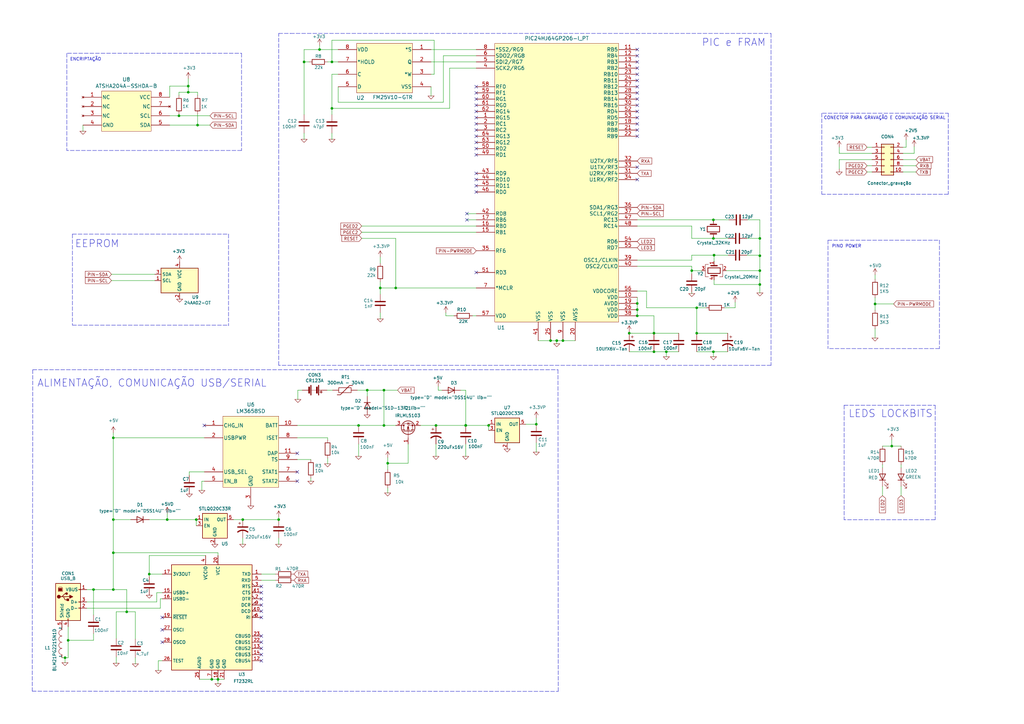
<source format=kicad_sch>
(kicad_sch (version 20211123) (generator eeschema)
  (paper "A3")
  (title_block (title "Projeto HLI-C") (date "2023-02-28") (rev "1.2"))
  (junction (at 292.608 90.17))
  (junction (at 283.718 110.998))
  (junction (at 157.48 160.02))
  (junction (at 147.066 174.498))
  (junction (at 38.354 241.808))
  (junction (at 292.608 144.272))
  (junction (at 191.008 174.498))
  (junction (at 311.658 97.79))
  (junction (at 86.868 278.638))
  (junction (at 46.482 179.578))
  (junction (at 311.658 104.902))
  (junction (at 365.76 182.9562))
  (junction (at 99.568 213.106))
  (junction (at 258.064 136.652))
  (junction (at 46.482 226.7204))
  (junction (at 77.216 37.846))
  (junction (at 178.816 174.498))
  (junction (at 268.224 144.272))
  (junction (at 162.306 118.11))
  (junction (at 159.004 189.992))
  (junction (at 136.144 44.45))
  (junction (at 61.214 235.458))
  (junction (at 124.714 25.4))
  (junction (at 268.224 136.652))
  (junction (at 89.408 278.638))
  (junction (at 131.064 20.32))
  (junction (at 292.862 104.648))
  (junction (at 51.9684 250.952))
  (junction (at 228.346 139.7))
  (junction (at 27.94 262.636))
  (junction (at 46.482 213.106))
  (junction (at 136.144 25.4))
  (junction (at 46.482 241.808))
  (junction (at 77.216 35.306))
  (junction (at 81.026 51.308))
  (junction (at 114.3 213.106))
  (junction (at 225.806 139.7))
  (junction (at 68.58 213.106))
  (junction (at 292.608 97.79))
  (junction (at 200.406 174.498))
  (junction (at 285.75 126.238))
  (junction (at 157.48 174.498))
  (junction (at 155.956 118.11))
  (junction (at 230.886 139.7))
  (junction (at 73.406 47.498))
  (junction (at 150.622 160.02))
  (junction (at 261.366 127))
  (junction (at 261.366 129.54))
  (junction (at 80.518 213.106))
  (junction (at 358.902 124.6632))
  (junction (at 311.658 110.998))
  (junction (at 191.008 174.4726))
  (junction (at 26.67 269.748))
  (junction (at 273.304 144.272))
  (junction (at 219.964 173.99))
  (junction (at 285.75 136.652))
  (junction (at 311.658 116.6876))
  (junction (at 261.366 124.46))
  (no_connect (at 107.188 253.238))
  (no_connect (at 191.516 87.63))
  (no_connect (at 107.188 243.078))
  (no_connect (at 261.366 50.8))
  (no_connect (at 195.326 111.76))
  (no_connect (at 261.366 48.26))
  (no_connect (at 195.326 40.64))
  (no_connect (at 121.92 185.928))
  (no_connect (at 107.188 263.398))
  (no_connect (at 107.188 260.858))
  (no_connect (at 107.188 245.618))
  (no_connect (at 261.366 35.56))
  (no_connect (at 107.188 248.158))
  (no_connect (at 195.326 50.8))
  (no_connect (at 195.326 35.56))
  (no_connect (at 261.366 73.66))
  (no_connect (at 261.366 43.18))
  (no_connect (at 121.92 193.548))
  (no_connect (at 261.366 45.72))
  (no_connect (at 66.548 253.238))
  (no_connect (at 195.326 43.18))
  (no_connect (at 195.326 55.88))
  (no_connect (at 83.82 174.498))
  (no_connect (at 261.366 40.64))
  (no_connect (at 107.188 265.938))
  (no_connect (at 261.366 30.48))
  (no_connect (at 195.326 45.72))
  (no_connect (at 107.188 268.478))
  (no_connect (at 191.516 90.17))
  (no_connect (at 195.326 48.26))
  (no_connect (at 195.326 73.66))
  (no_connect (at 66.548 263.398))
  (no_connect (at 121.92 197.358))
  (no_connect (at 66.548 258.318))
  (no_connect (at 195.326 71.12))
  (no_connect (at 195.326 63.5))
  (no_connect (at 195.326 38.1))
  (no_connect (at 261.366 38.1))
  (no_connect (at 195.326 60.96))
  (no_connect (at 261.366 68.58))
  (no_connect (at 195.326 58.42))
  (no_connect (at 107.188 250.698))
  (no_connect (at 261.366 33.02))
  (no_connect (at 261.366 20.32))
  (no_connect (at 261.366 27.94))
  (no_connect (at 107.188 271.018))
  (no_connect (at 195.326 76.2))
  (no_connect (at 261.366 55.88))
  (no_connect (at 195.326 78.74))
  (no_connect (at 261.366 22.86))
  (no_connect (at 107.188 240.538))
  (no_connect (at 261.366 25.4))
  (no_connect (at 195.326 53.34))
  (no_connect (at 261.366 53.34))
  (wire (pts (xy 370.3574 70.5358) (xy 375.6914 70.5358)))
  (wire (pts (xy 55.5244 250.952) (xy 55.5244 262.128)))
  (wire (pts (xy 121.92 174.498) (xy 147.066 174.498)))
  (wire (pts (xy 64.9478 271.018) (xy 66.548 271.018)))
  (wire (pts (xy 82.804 197.358) (xy 82.804 201.168)))
  (wire (pts (xy 292.608 97.79) (xy 298.704 97.79)))
  (wire (pts (xy 51.9684 250.952) (xy 47.6504 250.952)))
  (wire (pts (xy 45.72 112.522) (xy 63.5 112.522)))
  (wire (pts (xy 81.026 37.846) (xy 81.026 39.116)))
  (polyline (pts (xy 228.9302 283.591) (xy 228.854 151.638)))
  (wire (pts (xy 283.718 112.268) (xy 283.718 110.998)))
  (wire (pts (xy 114.3 220.726) (xy 114.3 223.266)))
  (wire (pts (xy 61.214 227.838) (xy 61.214 235.458)))
  (wire (pts (xy 261.366 129.54) (xy 268.224 129.54)))
  (wire (pts (xy 122.174 160.02) (xy 122.174 163.83)))
  (wire (pts (xy 365.76 182.9562) (xy 365.76 180.4162)))
  (wire (pts (xy 358.902 127.2032) (xy 358.902 124.6632)))
  (wire (pts (xy 26.67 269.748) (xy 27.94 269.748)))
  (wire (pts (xy 65.786 245.618) (xy 65.786 249.428)))
  (wire (pts (xy 124.714 25.4) (xy 124.714 46.99)))
  (wire (pts (xy 73.406 37.846) (xy 77.216 37.846)))
  (wire (pts (xy 147.066 174.498) (xy 157.48 174.498)))
  (wire (pts (xy 301.498 123.952) (xy 301.498 126.238)))
  (wire (pts (xy 261.366 124.46) (xy 261.366 127)))
  (wire (pts (xy 292.608 90.17) (xy 298.958 90.17)))
  (wire (pts (xy 297.18 126.238) (xy 301.498 126.238)))
  (wire (pts (xy 220.726 139.7) (xy 225.806 139.7)))
  (wire (pts (xy 159.004 200.152) (xy 159.004 202.184)))
  (polyline (pts (xy 93.726 96.012) (xy 93.726 133.604)))
  (wire (pts (xy 297.942 110.998) (xy 311.658 110.998)))
  (polyline (pts (xy 316.23 149.86) (xy 114.3 149.86)))
  (wire (pts (xy 285.75 144.272) (xy 292.608 144.272)))
  (wire (pts (xy 136.144 46.99) (xy 136.144 44.45)))
  (wire (pts (xy 159.004 189.992) (xy 167.386 189.992)))
  (wire (pts (xy 26.67 269.748) (xy 26.67 271.78)))
  (wire (pts (xy 283.718 120.396) (xy 283.718 119.888)))
  (wire (pts (xy 148.336 95.25) (xy 195.326 95.25)))
  (wire (pts (xy 374.9294 60.1218) (xy 374.9294 62.9158)))
  (polyline (pts (xy 388.8994 46.4058) (xy 388.8994 79.6798)))
  (wire (pts (xy 228.346 139.7) (xy 228.346 140.97)))
  (wire (pts (xy 99.568 213.106) (xy 114.3 213.106)))
  (wire (pts (xy 344.1954 62.9158) (xy 357.6574 62.9158)))
  (polyline (pts (xy 337.3374 46.4058) (xy 388.8994 46.4058)))
  (wire (pts (xy 283.718 92.71) (xy 283.718 97.79)))
  (wire (pts (xy 195.326 20.32) (xy 176.784 20.32)))
  (wire (pts (xy 51.9684 250.952) (xy 51.9684 241.808)))
  (wire (pts (xy 84.328 227.838) (xy 61.214 227.838)))
  (wire (pts (xy 38.354 241.808) (xy 38.354 252.222)))
  (wire (pts (xy 292.862 104.648) (xy 298.704 104.648)))
  (polyline (pts (xy 383.54 213.1822) (xy 346.202 213.1822)))
  (wire (pts (xy 370.3574 67.9958) (xy 375.6914 67.9958)))
  (wire (pts (xy 66.548 235.458) (xy 61.214 235.458)))
  (wire (pts (xy 148.336 92.71) (xy 195.326 92.71)))
  (polyline (pts (xy 337.0834 46.4058) (xy 337.0834 79.6798)))
  (wire (pts (xy 283.718 109.22) (xy 283.718 110.998)))
  (wire (pts (xy 344.1954 65.4558) (xy 357.6574 65.4558)))
  (wire (pts (xy 68.58 210.566) (xy 68.58 213.106)))
  (polyline (pts (xy 346.202 166.1922) (xy 346.202 213.1822)))
  (wire (pts (xy 283.718 97.79) (xy 292.608 97.79)))
  (wire (pts (xy 191.516 87.63) (xy 195.326 87.63)))
  (wire (pts (xy 47.6504 269.494) (xy 47.6504 272.034)))
  (wire (pts (xy 77.6478 193.548) (xy 77.6478 194.9958)))
  (polyline (pts (xy 29.718 133.35) (xy 93.726 133.35)))
  (wire (pts (xy 228.346 139.7) (xy 230.886 139.7)))
  (wire (pts (xy 89.408 278.638) (xy 91.948 278.638)))
  (wire (pts (xy 146.558 160.02) (xy 150.622 160.02)))
  (wire (pts (xy 155.956 118.11) (xy 162.306 118.11)))
  (wire (pts (xy 55.5244 269.748) (xy 55.5244 272.288)))
  (wire (pts (xy 38.354 241.808) (xy 46.482 241.808)))
  (wire (pts (xy 268.224 136.652) (xy 278.384 136.652)))
  (wire (pts (xy 273.304 144.272) (xy 273.304 146.304)))
  (wire (pts (xy 344.1954 62.9158) (xy 344.1954 60.3758)))
  (wire (pts (xy 81.026 51.308) (xy 86.106 51.308)))
  (wire (pts (xy 159.004 189.992) (xy 159.004 192.532)))
  (polyline (pts (xy 29.718 96.012) (xy 93.726 96.012)))
  (wire (pts (xy 46.482 177.546) (xy 46.482 179.578)))
  (wire (pts (xy 292.862 114.808) (xy 292.862 116.6876)))
  (wire (pts (xy 89.408 226.7204) (xy 89.408 227.838)))
  (wire (pts (xy 148.336 97.79) (xy 162.306 97.79)))
  (wire (pts (xy 69.596 51.308) (xy 81.026 51.308)))
  (wire (pts (xy 131.064 20.32) (xy 131.064 18.542)))
  (wire (pts (xy 176.784 30.48) (xy 178.054 30.48)))
  (wire (pts (xy 306.324 97.79) (xy 311.658 97.79)))
  (wire (pts (xy 200.406 173.99) (xy 200.406 174.498)))
  (wire (pts (xy 134.366 25.4) (xy 136.144 25.4)))
  (wire (pts (xy 157.48 174.498) (xy 162.306 174.498)))
  (wire (pts (xy 124.714 57.15) (xy 124.714 54.61)))
  (wire (pts (xy 159.004 187.706) (xy 159.004 189.992)))
  (wire (pts (xy 195.326 22.86) (xy 181.864 22.86)))
  (wire (pts (xy 265.176 126.238) (xy 285.75 126.238)))
  (wire (pts (xy 134.112 160.02) (xy 136.398 160.02)))
  (wire (pts (xy 172.466 174.498) (xy 178.816 174.498)))
  (wire (pts (xy 27.94 262.636) (xy 38.354 262.636)))
  (wire (pts (xy 285.75 126.238) (xy 285.75 136.652)))
  (wire (pts (xy 181.2798 160.0454) (xy 179.7558 160.0454)))
  (wire (pts (xy 261.366 119.38) (xy 265.176 119.38)))
  (wire (pts (xy 292.608 144.272) (xy 298.45 144.272)))
  (wire (pts (xy 219.964 173.99) (xy 219.964 171.45)))
  (wire (pts (xy 64.262 243.078) (xy 64.262 246.888)))
  (wire (pts (xy 261.366 92.71) (xy 283.718 92.71)))
  (polyline (pts (xy 346.202 166.1922) (xy 383.54 166.1922)))
  (wire (pts (xy 95.758 213.106) (xy 99.568 213.106)))
  (wire (pts (xy 46.482 226.7204) (xy 46.482 241.808)))
  (wire (pts (xy 191.008 160.0454) (xy 191.008 174.4726)))
  (wire (pts (xy 64.9478 275.0058) (xy 64.9478 271.018)))
  (wire (pts (xy 46.482 179.578) (xy 46.482 213.106)))
  (polyline (pts (xy 13.462 151.638) (xy 228.854 151.638)))
  (wire (pts (xy 176.784 39.37) (xy 176.784 35.56)))
  (wire (pts (xy 191.516 90.17) (xy 195.326 90.17)))
  (wire (pts (xy 191.008 187.198) (xy 191.008 182.118)))
  (wire (pts (xy 311.658 110.998) (xy 311.658 116.6876)))
  (wire (pts (xy 292.862 116.6876) (xy 311.658 116.6876)))
  (wire (pts (xy 150.622 160.02) (xy 157.48 160.02)))
  (wire (pts (xy 69.596 35.306) (xy 77.216 35.306)))
  (wire (pts (xy 35.56 241.808) (xy 38.354 241.808)))
  (wire (pts (xy 86.868 278.638) (xy 89.408 278.638)))
  (wire (pts (xy 261.366 109.22) (xy 283.718 109.22)))
  (wire (pts (xy 150.622 160.02) (xy 150.622 162.56)))
  (wire (pts (xy 283.718 110.998) (xy 287.782 110.998)))
  (wire (pts (xy 64.262 246.888) (xy 35.56 246.888)))
  (polyline (pts (xy 383.54 166.1922) (xy 383.54 213.1822)))
  (wire (pts (xy 230.886 139.7) (xy 235.966 139.7)))
  (wire (pts (xy 178.054 30.48) (xy 178.054 16.51)))
  (wire (pts (xy 311.658 90.17) (xy 311.658 97.79)))
  (wire (pts (xy 112.9538 235.458) (xy 107.188 235.458)))
  (wire (pts (xy 25.4 269.748) (xy 26.67 269.748)))
  (wire (pts (xy 273.304 144.272) (xy 278.384 144.272)))
  (polyline (pts (xy 388.8994 79.6798) (xy 337.0834 79.6798)))
  (wire (pts (xy 73.406 47.498) (xy 86.106 47.498)))
  (wire (pts (xy 127.508 197.358) (xy 127.508 196.088)))
  (polyline (pts (xy 27.686 21.844) (xy 99.06 21.844)))
  (wire (pts (xy 27.94 262.636) (xy 27.94 269.748)))
  (wire (pts (xy 114.3 213.106) (xy 114.3 212.09)))
  (wire (pts (xy 344.1954 65.4558) (xy 344.1954 69.2658)))
  (wire (pts (xy 289.56 126.238) (xy 285.75 126.238)))
  (wire (pts (xy 77.6478 193.548) (xy 83.82 193.548)))
  (wire (pts (xy 147.066 187.198) (xy 147.066 182.118)))
  (wire (pts (xy 370.3574 62.9158) (xy 374.9294 62.9158)))
  (wire (pts (xy 89.408 278.638) (xy 89.408 280.416)))
  (wire (pts (xy 361.95 182.9562) (xy 365.76 182.9562)))
  (wire (pts (xy 292.862 104.648) (xy 283.718 104.648)))
  (wire (pts (xy 178.054 16.51) (xy 136.144 16.51)))
  (wire (pts (xy 369.57 203.2762) (xy 369.57 199.4662)))
  (wire (pts (xy 51.9684 241.808) (xy 46.482 241.808)))
  (wire (pts (xy 83.82 197.358) (xy 82.804 197.358)))
  (wire (pts (xy 371.6274 57.3278) (xy 371.6274 60.3758)))
  (polyline (pts (xy 385.318 98.5012) (xy 385.318 142.9512)))
  (wire (pts (xy 46.482 179.578) (xy 83.82 179.578)))
  (polyline (pts (xy 339.598 98.5012) (xy 385.318 98.5012)))
  (wire (pts (xy 261.366 90.17) (xy 292.608 90.17)))
  (wire (pts (xy 136.144 30.48) (xy 138.684 30.48)))
  (wire (pts (xy 162.306 118.11) (xy 195.326 118.11)))
  (wire (pts (xy 371.6274 60.3758) (xy 370.3574 60.3758)))
  (wire (pts (xy 73.406 37.846) (xy 73.406 39.116)))
  (polyline (pts (xy 99.06 21.844) (xy 99.06 61.722)))
  (wire (pts (xy 268.224 129.54) (xy 268.224 136.652)))
  (wire (pts (xy 77.216 35.306) (xy 77.216 37.846)))
  (wire (pts (xy 131.064 20.32) (xy 138.684 20.32)))
  (wire (pts (xy 219.964 181.61) (xy 219.964 185.42)))
  (polyline (pts (xy 114.3 149.86) (xy 114.3 13.716)))
  (wire (pts (xy 123.952 160.02) (xy 122.174 160.02)))
  (polyline (pts (xy 119.126 13.716) (xy 316.23 13.716)))
  (wire (pts (xy 69.596 47.498) (xy 73.406 47.498)))
  (wire (pts (xy 35.56 249.428) (xy 65.786 249.428)))
  (wire (pts (xy 181.864 41.91) (xy 138.684 41.91)))
  (polyline (pts (xy 385.318 142.9512) (xy 339.598 142.9512)))
  (wire (pts (xy 27.94 257.048) (xy 27.94 262.636)))
  (polyline (pts (xy 29.718 96.012) (xy 29.718 133.35)))
  (polyline (pts (xy 13.462 151.638) (xy 13.208 283.464)))
  (wire (pts (xy 200.406 174.498) (xy 200.406 176.53)))
  (wire (pts (xy 355.6254 67.9958) (xy 357.6574 67.9958)))
  (wire (pts (xy 178.816 187.198) (xy 178.816 182.118)))
  (wire (pts (xy 311.912 104.648) (xy 311.658 104.902)))
  (wire (pts (xy 155.956 130.81) (xy 155.956 128.27)))
  (wire (pts (xy 46.482 213.106) (xy 46.482 226.7204)))
  (wire (pts (xy 81.788 278.638) (xy 86.868 278.638)))
  (wire (pts (xy 191.008 174.498) (xy 200.406 174.498)))
  (wire (pts (xy 306.578 90.17) (xy 311.658 90.17)))
  (polyline (pts (xy 99.06 61.722) (xy 27.432 61.722)))
  (wire (pts (xy 358.902 124.6632) (xy 366.522 124.6632)))
  (wire (pts (xy 268.224 144.272) (xy 273.304 144.272)))
  (wire (pts (xy 68.58 213.106) (xy 80.518 213.106)))
  (wire (pts (xy 219.964 173.99) (xy 215.646 173.99)))
  (wire (pts (xy 365.76 182.9562) (xy 369.57 182.9562)))
  (wire (pts (xy 61.214 235.458) (xy 61.214 236.474)))
  (wire (pts (xy 51.9684 250.952) (xy 55.5244 250.952)))
  (wire (pts (xy 361.95 203.2762) (xy 361.95 199.4662)))
  (wire (pts (xy 195.326 25.4) (xy 176.784 25.4)))
  (wire (pts (xy 127.508 188.468) (xy 121.92 188.468)))
  (wire (pts (xy 124.714 20.32) (xy 124.714 25.4)))
  (wire (pts (xy 155.956 118.11) (xy 155.956 115.57)))
  (wire (pts (xy 47.6504 261.874) (xy 47.6504 250.952)))
  (wire (pts (xy 355.6254 60.3758) (xy 357.6574 60.3758)))
  (wire (pts (xy 134.366 179.578) (xy 121.92 179.578)))
  (wire (pts (xy 370.3574 65.4558) (xy 375.6914 65.4558)))
  (wire (pts (xy 46.482 226.7204) (xy 89.408 226.7204)))
  (polyline (pts (xy 114.3 13.716) (xy 119.126 13.716)))
  (wire (pts (xy 195.326 27.94) (xy 184.404 27.94)))
  (wire (pts (xy 184.404 44.45) (xy 184.404 27.94)))
  (wire (pts (xy 80.518 213.106) (xy 80.518 215.646)))
  (wire (pts (xy 188.8998 160.0454) (xy 191.008 160.0454)))
  (wire (pts (xy 66.548 245.618) (xy 65.786 245.618)))
  (wire (pts (xy 361.95 191.8462) (xy 361.95 190.5762)))
  (wire (pts (xy 306.324 104.648) (xy 311.912 104.648)))
  (wire (pts (xy 162.306 97.79) (xy 162.306 118.11)))
  (wire (pts (xy 131.064 20.32) (xy 124.714 20.32)))
  (wire (pts (xy 193.802 129.54) (xy 195.326 129.54)))
  (wire (pts (xy 258.064 136.652) (xy 258.064 136.144)))
  (wire (pts (xy 99.568 220.726) (xy 99.568 223.266)))
  (wire (pts (xy 184.404 44.45) (xy 136.144 44.45)))
  (polyline (pts (xy 316.23 13.716) (xy 316.23 149.86)))
  (wire (pts (xy 138.684 41.91) (xy 138.684 35.56)))
  (wire (pts (xy 179.7558 160.0454) (xy 179.7558 158.5214)))
  (wire (pts (xy 112.9538 237.998) (xy 107.188 237.998)))
  (wire (pts (xy 155.956 120.65) (xy 155.956 118.11)))
  (wire (pts (xy 134.366 187.96) (xy 134.366 190.246)))
  (wire (pts (xy 181.864 22.86) (xy 181.864 41.91)))
  (wire (pts (xy 225.806 139.7) (xy 228.346 139.7)))
  (wire (pts (xy 311.658 116.6876) (xy 311.658 120.142)))
  (wire (pts (xy 69.596 39.878) (xy 69.596 35.306)))
  (wire (pts (xy 182.88 129.54) (xy 182.88 128.27)))
  (wire (pts (xy 61.2394 213.106) (xy 68.58 213.106)))
  (wire (pts (xy 77.216 37.846) (xy 81.026 37.846)))
  (wire (pts (xy 258.064 144.272) (xy 268.224 144.272)))
  (wire (pts (xy 167.386 189.992) (xy 167.386 182.118)))
  (wire (pts (xy 292.862 107.188) (xy 292.862 104.648)))
  (wire (pts (xy 355.6254 70.5358) (xy 357.6574 70.5358)))
  (wire (pts (xy 46.482 213.106) (xy 53.6194 213.106)))
  (wire (pts (xy 292.608 146.304) (xy 292.608 144.272)))
  (wire (pts (xy 358.902 112.7252) (xy 358.902 114.5032)))
  (wire (pts (xy 66.548 243.078) (xy 64.262 243.078)))
  (polyline (pts (xy 339.598 98.5012) (xy 339.598 142.9512)))
  (wire (pts (xy 311.658 104.902) (xy 311.658 110.998)))
  (wire (pts (xy 311.658 97.79) (xy 311.658 104.902)))
  (wire (pts (xy 186.182 129.54) (xy 182.88 129.54)))
  (wire (pts (xy 358.902 138.6332) (xy 358.902 134.8232)))
  (wire (pts (xy 136.144 57.15) (xy 136.144 54.61)))
  (wire (pts (xy 155.956 107.95) (xy 155.956 105.41)))
  (wire (pts (xy 369.57 191.8462) (xy 369.57 190.5762)))
  (wire (pts (xy 261.366 106.68) (xy 283.718 106.68)))
  (wire (pts (xy 261.366 127) (xy 261.366 129.54)))
  (wire (pts (xy 136.144 16.51) (xy 136.144 25.4)))
  (wire (pts (xy 157.48 160.02) (xy 157.48 174.498)))
  (wire (pts (xy 178.816 174.498) (xy 191.008 174.498)))
  (wire (pts (xy 261.366 121.92) (xy 261.366 124.46)))
  (wire (pts (xy 34.036 53.848) (xy 34.036 51.308)))
  (wire (pts (xy 138.684 25.4) (xy 136.144 25.4)))
  (wire (pts (xy 81.026 46.736) (xy 81.026 51.308)))
  (wire (pts (xy 45.72 115.062) (xy 63.5 115.062)))
  (wire (pts (xy 258.064 136.652) (xy 268.224 136.652)))
  (wire (pts (xy 136.144 44.45) (xy 136.144 30.48)))
  (wire (pts (xy 77.216 32.258) (xy 77.216 35.306)))
  (polyline (pts (xy 13.208 283.464) (xy 228.9302 283.591)))
  (wire (pts (xy 126.746 25.4) (xy 124.714 25.4)))
  (wire (pts (xy 283.718 104.648) (xy 283.718 106.68)))
  (wire (pts (xy 265.176 126.238) (xy 265.176 119.38)))
  (wire (pts (xy 73.406 46.736) (xy 73.406 47.498)))
  (wire (pts (xy 38.354 259.842) (xy 38.354 262.636)))
  (wire (pts (xy 358.902 124.6632) (xy 358.902 122.1232)))
  (polyline (pts (xy 27.432 21.844) (xy 27.432 61.722)))
  (wire (pts (xy 134.366 180.34) (xy 134.366 179.578)))
  (wire (pts (xy 298.45 136.652) (xy 285.75 136.652)))
  (wire (pts (xy 157.48 160.02) (xy 163.068 160.02)))
  (text "PIC e FRAM\n" (at 287.782 19.304 0) (effects (font (size 3 3)) (justify left bottom)))
  (text "ENCRIPTAÇÃO " (at 28.702 25.146 0) (effects (font (size 1.27 1.27)) (justify left bottom)))
  (text "EEPROM\n" (at 30.734 101.854 0) (effects (font (size 3 3)) (justify left bottom)))
  (text "PINO POWER " (at 341.122 101.8032 0) (effects (font (size 1.27 1.27)) (justify left bottom)))
  (text "CONECTOR PARA GRAVAÇÃO E COMUNICAÇÃO SERIAL\n" (at 337.8454 49.1998 0) (effects (font (size 1.27 1.27)) (justify left bottom)))
  (text "ALIMENTAÇÃO, COMUNICAÇÃO USB/SERIAL\n" (at 15.24 159.004 0) (effects (font (size 3 3)) (justify left bottom)))
  (text "LEDS LOCKBITS\n" (at 347.98 171.5262 0) (effects (font (size 3 3)) (justify left bottom)))
  (global_label "PGEC2" (shape input) (at 355.6254 70.5358 180) (property "Intersheet References" "${INTERSHEET_REFS}" (effects hide)))
  (global_label "LED3" (shape input) (at 369.57 203.2762 270) (property "Intersheet References" "${INTERSHEET_REFS}" (effects hide)))
  (global_label "PIN-SCL" (shape input) (at 261.366 87.63 0) (property "Intersheet References" "${INTERSHEET_REFS}" (effects hide)))
  (global_label "TXA" (shape input) (at 120.5738 235.458 0) (property "Intersheet References" "${INTERSHEET_REFS}" (effects hide)))
  (global_label "RXA" (shape input) (at 261.366 66.04 0) (property "Intersheet References" "${INTERSHEET_REFS}" (effects hide)))
  (global_label "PGED2" (shape input) (at 148.336 92.71 180) (property "Intersheet References" "${INTERSHEET_REFS}" (effects hide)))
  (global_label "PIN-PWRMODE" (shape input) (at 366.522 124.6632 0) (property "Intersheet References" "${INTERSHEET_REFS}" (effects hide)))
  (global_label "PGED2" (shape input) (at 355.6254 67.9958 180) (property "Intersheet References" "${INTERSHEET_REFS}" (effects hide)))
  (global_label "RESET" (shape input) (at 355.6254 60.3758 180) (property "Intersheet References" "${INTERSHEET_REFS}" (effects hide)))
  (global_label "PIN-SCL" (shape input) (at 86.106 47.498 0) (property "Intersheet References" "${INTERSHEET_REFS}" (effects hide)))
  (global_label "TXB" (shape input) (at 375.6914 70.5358 0) (property "Intersheet References" "${INTERSHEET_REFS}" (effects hide)))
  (global_label "VBAT" (shape input) (at 375.6914 65.4558 0) (property "Intersheet References" "${INTERSHEET_REFS}" (effects hide)))
  (global_label "PIN-SDA" (shape input) (at 86.106 51.308 0) (property "Intersheet References" "${INTERSHEET_REFS}" (effects hide)))
  (global_label "TXA" (shape input) (at 261.366 71.12 0) (property "Intersheet References" "${INTERSHEET_REFS}" (effects hide)))
  (global_label "RXA" (shape input) (at 120.5738 237.998 0) (property "Intersheet References" "${INTERSHEET_REFS}" (effects hide)))
  (global_label "LED3" (shape input) (at 261.366 101.6 0) (property "Intersheet References" "${INTERSHEET_REFS}" (effects hide)))
  (global_label "LED2" (shape input) (at 261.366 99.06 0) (property "Intersheet References" "${INTERSHEET_REFS}" (effects hide)))
  (global_label "PIN-SDA" (shape input) (at 45.72 112.522 180) (property "Intersheet References" "${INTERSHEET_REFS}" (effects hide)))
  (global_label "PGEC2" (shape input) (at 148.336 95.25 180) (property "Intersheet References" "${INTERSHEET_REFS}" (effects hide)))
  (global_label "RESET" (shape input) (at 148.336 97.79 180) (property "Intersheet References" "${INTERSHEET_REFS}" (effects hide)))
  (global_label "VBAT" (shape input) (at 163.068 160.02 0) (property "Intersheet References" "${INTERSHEET_REFS}" (effects hide)))
  (global_label "PIN-PWRMODE" (shape input) (at 195.326 102.87 180) (property "Intersheet References" "${INTERSHEET_REFS}" (effects hide)))
  (global_label "LED2" (shape input) (at 361.95 203.2762 270) (property "Intersheet References" "${INTERSHEET_REFS}" (effects hide)))
  (global_label "PIN-SDA" (shape input) (at 261.366 85.09 0) (property "Intersheet References" "${INTERSHEET_REFS}" (effects hide)))
  (global_label "RXB" (shape input) (at 375.6914 67.9958 0) (property "Intersheet References" "${INTERSHEET_REFS}" (effects hide)))
  (global_label "PIN-SCL" (shape input) (at 45.72 115.062 180) (property "Intersheet References" "${INTERSHEET_REFS}" (effects hide)))
  (symbol (lib_id "pspice:0") (at 358.902 138.6332 0) (unit 1)
    (property "Reference" "#GND0123" (effects hide))
    (property "Value" "0" (effects hide))
  )
  (symbol (lib_id "Device:R") (at 116.7638 235.458 90) (unit 1)
    (property "Reference" "R1" (at 114.1222 233.3498 90))
    (property "Value" "470R" (at 119.9388 233.2482 90))
    (property "Footprint" "Resistor_SMD:R_0603_1608Metric_Pad0.98x0.95mm_HandSolder" (effects hide))
  )
  (symbol (lib_id "pspice:INDUCTOR") (at 25.4 263.398 90) (unit 1)
    (property "Reference" "L1" (at 18.288 265.684 90) (effects (justify right)))
    (property "Value" "BLM21PG221SN1D" (at 22.352 257.81 0) (effects (justify right)))
    (property "Footprint" "Inductor_SMD:L_0805_2012Metric" (effects hide))
  )
  (symbol (lib_id "Device:C") (at 136.144 50.8 0) (mirror y) (unit 1)
    (property "Reference" "C13" (at 133.223 49.6316 0) (effects (justify left)))
    (property "Value" "47pF" (at 133.223 51.943 0) (effects (justify left)))
    (property "Footprint" "Capacitor_SMD:C_0603_1608Metric_Pad1.08x0.95mm_HandSolder" (effects hide))
  )
  (symbol (lib_id "pspice:0") (at 178.816 187.198 0) (unit 1)
    (property "Reference" "#GND0136" (effects hide))
    (property "Value" "0" (effects hide))
  )
  (symbol (lib_id "power:+3.3V") (at 77.216 32.258 0) (unit 1)
    (property "Reference" "#PWR0107" (effects hide))
    (property "Value" "+3.3V" (at 77.597 27.8638 0))
  )
  (symbol (lib_id "power:+5V") (at 46.482 177.546 0) (unit 1)
    (property "Reference" "#PWR0102" (effects hide))
    (property "Value" "+5V" (at 46.482 172.466 0))
  )
  (symbol (lib_id "Simulation_SPICE:DIODE") (at 185.0898 160.0454 0) (unit 1)
    (property "Reference" "D3" (at 186.1566 157.0482 0))
    (property "Value" "DSS14U" (at 185.039 163.0426 0))
    (property "Footprint" "Diode_SMD:D_SOD-123" (effects hide))
    (property "Spice_Netlist_Enabled" "Y" (effects hide))
    (property "Spice_Primitive" "D" (effects hide))
  )
  (symbol (lib_id "power:+3.3V") (at 73.66 107.442 0) (mirror y) (unit 1)
    (property "Reference" "#PWR0112" (effects hide))
    (property "Value" "+3.3V" (at 73.279 103.0478 0))
  )
  (symbol (lib_id "Connector_Generic:Conn_02x05_Odd_Even") (at 362.7374 65.4558 0) (unit 1)
    (property "Reference" "CON4" (at 364.0074 56.0578 0))
    (property "Value" "Conector_gravação" (at 364.7694 75.1078 0))
    (property "Footprint" "Connector_IDC:IDC-Header_2x05_P2.54mm_Vertical" (effects hide))
  )
  (symbol (lib_id "power:+5V") (at 159.004 187.706 0) (unit 1)
    (property "Reference" "#PWR0104" (effects hide))
    (property "Value" "+5V" (at 159.004 182.626 0))
  )
  (symbol (lib_id "Device:Battery") (at 129.032 160.02 270) (unit 1)
    (property "Reference" "CON3" (at 129.032 153.797 90))
    (property "Value" "CR123A" (at 129.032 156.1084 90))
    (property "Footprint" "bt1:BAT_BH123A" (effects hide))
  )
  (symbol (lib_id "pspice:0") (at 150.622 170.18 0) (unit 1)
    (property "Reference" "#GND0103" (effects hide))
    (property "Value" "0" (effects hide))
  )
  (symbol (lib_id "Device:R") (at 81.026 42.926 0) (unit 1)
    (property "Reference" "R7" (at 82.55 41.148 0) (effects (justify left)))
    (property "Value" "1K" (at 82.3468 43.7388 0) (effects (justify left)))
    (property "Footprint" "Resistor_SMD:R_0603_1608Metric_Pad0.98x0.95mm_HandSolder" (effects hide))
  )
  (symbol (lib_id "pspice:0") (at 159.004 202.184 0) (unit 1)
    (property "Reference" "#GND0133" (effects hide))
    (property "Value" "0" (effects hide))
  )
  (symbol (lib_id "Device:C") (at 302.768 90.17 90) (mirror x) (unit 1)
    (property "Reference" "C23" (at 299.212 88.9 90))
    (property "Value" "12pF" (at 306.6542 88.8492 90))
    (property "Footprint" "Capacitor_SMD:C_0603_1608Metric_Pad1.08x0.95mm_HandSolder" (effects hide))
  )
  (symbol (lib_id "Device:R") (at 361.95 186.7662 0) (unit 1)
    (property "Reference" "R14" (at 356.87 185.4962 0) (effects (justify left)))
    (property "Value" "470R" (at 355.6508 187.9346 0) (effects (justify left)))
    (property "Footprint" "Resistor_SMD:R_0603_1608Metric_Pad0.98x0.95mm_HandSolder" (effects hide))
  )
  (symbol (lib_id "power:+3.3VP") (at 155.956 105.41 0) (unit 1)
    (property "Reference" "#PWR0114" (effects hide))
    (property "Value" "+3.3VP" (at 156.337 101.0158 0))
  )
  (symbol (lib_id "pspice:0") (at 77.6478 202.6158 0) (mirror y) (unit 1)
    (property "Reference" "#GND0104" (effects hide))
    (property "Value" "0" (effects hide))
  )
  (symbol (lib_id "Device:C") (at 38.354 256.032 0) (unit 1)
    (property "Reference" "C1" (at 38.862 254 0) (effects (justify left)))
    (property "Value" "100nF" (at 38.608 258.572 0) (effects (justify left)))
    (property "Footprint" "Capacitor_SMD:C_0603_1608Metric_Pad1.08x0.95mm_HandSolder" (effects hide))
  )
  (symbol (lib_id "Device:C") (at 77.6478 198.8058 0) (unit 1)
    (property "Reference" "C7" (at 74.8538 196.5198 0) (effects (justify left)))
    (property "Value" "1uF" (at 73.8378 201.0918 0) (effects (justify left)))
    (property "Footprint" "Capacitor_SMD:C_0603_1608Metric_Pad1.08x0.95mm_HandSolder" (effects hide))
  )
  (symbol (lib_id "power:+2V5") (at 301.498 123.952 0) (unit 1)
    (property "Reference" "#PWR0105" (effects hide))
    (property "Value" "+2V5" (at 300.736 120.142 0))
  )
  (symbol (lib_id "Device:R") (at 155.956 111.76 0) (mirror y) (unit 1)
    (property "Reference" "R9" (at 154.178 110.5916 0) (effects (justify left)))
    (property "Value" "22k" (at 154.178 112.903 0) (effects (justify left)))
    (property "Footprint" "Resistor_SMD:R_0603_1608Metric_Pad0.98x0.95mm_HandSolder" (effects hide))
  )
  (symbol (lib_id "Device:C") (at 302.514 97.79 90) (mirror x) (unit 1)
    (property "Reference" "C22" (at 299.212 96.774 90))
    (property "Value" "12pF" (at 306.578 96.7232 90))
    (property "Footprint" "Capacitor_SMD:C_0603_1608Metric_Pad1.08x0.95mm_HandSolder" (effects hide))
  )
  (symbol (lib_id "Device:R") (at 358.902 131.0132 180) (unit 1)
    (property "Reference" "R13" (at 360.68 129.8448 0) (effects (justify right)))
    (property "Value" "3K3" (at 360.68 132.1562 0) (effects (justify right)))
    (property "Footprint" "Resistor_SMD:R_0603_1608Metric_Pad0.98x0.95mm_HandSolder" (effects hide))
  )
  (symbol (lib_id "power:+3.3VP") (at 182.88 128.27 0) (unit 1)
    (property "Reference" "#PWR0113" (effects hide))
    (property "Value" "+3.3VP" (at 182.372 124.206 0))
  )
  (symbol (lib_id "pspice:0") (at 99.568 223.266 0) (unit 1)
    (property "Reference" "#GND0126" (effects hide))
    (property "Value" "0" (effects hide))
  )
  (symbol (lib_id "Device:R") (at 73.406 42.926 0) (unit 1)
    (property "Reference" "R6" (at 74.93 41.148 0) (effects (justify left)))
    (property "Value" "1K" (at 74.7776 43.6372 0) (effects (justify left)))
    (property "Footprint" "Resistor_SMD:R_0603_1608Metric_Pad0.98x0.95mm_HandSolder" (effects hide))
  )
  (symbol (lib_id "Device:C") (at 268.224 140.462 0) (mirror y) (unit 1)
    (property "Reference" "C16" (at 265.7348 140.4112 0) (effects (justify left)))
    (property "Value" "100nF" (at 267.716 142.9512 0) (effects (justify left)))
    (property "Footprint" "Capacitor_SMD:C_0603_1608Metric_Pad1.08x0.95mm_HandSolder" (effects hide))
  )
  (symbol (lib_id "power:+3.3V") (at 114.3 212.09 0) (unit 1)
    (property "Reference" "#PWR0120" (effects hide))
    (property "Value" "+3.3V" (at 114.681 207.6958 0))
  )
  (symbol (lib_id "Device:R") (at 130.556 25.4 90) (mirror x) (unit 1)
    (property "Reference" "R8" (at 130.556 23.0632 90))
    (property "Value" "22k" (at 130.7592 27.6352 90))
    (property "Footprint" "Resistor_SMD:R_0603_1608Metric_Pad0.98x0.95mm_HandSolder" (effects hide))
  )
  (symbol (lib_id "Device:C") (at 147.066 178.308 0) (unit 1)
    (property "Reference" "C8" (at 147.828 180.848 0) (effects (justify left)))
    (property "Value" "100nF" (at 147.574 183.388 0) (effects (justify left)))
    (property "Footprint" "Capacitor_SMD:C_0603_1608Metric_Pad1.08x0.95mm_HandSolder" (effects hide))
  )
  (symbol (lib_id "Device:C") (at 124.714 50.8 0) (mirror y) (unit 1)
    (property "Reference" "C12" (at 121.793 49.6316 0) (effects (justify left)))
    (property "Value" "100nF" (at 121.793 51.943 0) (effects (justify left)))
    (property "Footprint" "Capacitor_SMD:C_0603_1608Metric_Pad1.08x0.95mm_HandSolder" (effects hide))
  )
  (symbol (lib_id "pspice:0") (at 88.138 223.266 0) (unit 1)
    (property "Reference" "#GND0101" (effects hide))
    (property "Value" "0" (effects hide))
  )
  (symbol (lib_id "Simulation_SPICE:DIODE") (at 57.4294 213.106 0) (unit 1)
    (property "Reference" "D1" (at 57.4294 207.01 0))
    (property "Value" "DSS14U" (at 57.4294 209.55 0))
    (property "Footprint" "Diode_SMD:D_SOD-123" (effects hide))
    (property "Spice_Netlist_Enabled" "Y" (effects hide))
    (property "Spice_Primitive" "D" (effects hide))
  )
  (symbol (lib_id "Device:R") (at 127.508 192.278 0) (unit 1)
    (property "Reference" "R3" (at 129.1844 191.0588 0) (effects (justify left)))
    (property "Value" "10k" (at 129.1336 193.0654 0) (effects (justify left)))
    (property "Footprint" "Resistor_SMD:R_0603_1608Metric_Pad0.98x0.95mm_HandSolder" (effects hide))
  )
  (symbol (lib_id "power:+3V3") (at 344.1954 60.3758 0) (mirror y) (unit 1)
    (property "Reference" "#PWR0111" (effects hide))
    (property "Value" "+3V3" (at 343.4334 56.5658 0))
  )
  (symbol (lib_id "pspice:0") (at 127.508 197.358 0) (unit 1)
    (property "Reference" "#GND0131" (effects hide))
    (property "Value" "0" (effects hide))
  )
  (symbol (lib_id "pspice:0") (at 191.008 187.198 0) (unit 1)
    (property "Reference" "#GND0137" (effects hide))
    (property "Value" "0" (effects hide))
  )
  (symbol (lib_id "Device:Crystal_GND23") (at 292.862 110.998 270) (unit 1)
    (property "Reference" "Y2" (at 287.274 112.268 90))
    (property "Value" "Crystal_20MHz" (at 304.038 113.538 90))
    (property "Footprint" "Crystal:Crystal_SMD_TXC_7M-4Pin_3.2x2.5mm" (effects hide))
  )
  (symbol (lib_id "pspice:0") (at 283.718 120.396 0) (mirror y) (unit 1)
    (property "Reference" "#GND0113" (effects hide))
    (property "Value" "0" (effects hide))
  )
  (symbol (lib_id "HLI-M-rescue:ATSHA204A-SSHDA-B-2021-05-23_18-20-08") (at 51.816 44.958 0) (unit 1)
    (property "Reference" "U8" (at 51.816 32.5882 0) (effects (font (size 1.524 1.524))))
    (property "Value" "ATSHA204A-SSHDA-B" (at 51.816 35.2806 0) (effects (font (size 1.524 1.524))))
    (property "Footprint" "Package_SO:SOIC-8_3.9x4.9mm_P1.27mm" (effects hide))
  )
  (symbol (lib_id "HLI-M-rescue:PIC24HJ64GP206-I_PT-2021-05-23_19-04-09") (at 228.346 72.39 0) (mirror y) (unit 1)
    (property "Reference" "U1" (at 205.486 134.366 0) (effects (font (size 1.524 1.524))))
    (property "Value" "PIC24HJ64GP206-I_PT" (at 228.346 15.7226 0) (effects (font (size 1.524 1.524))))
    (property "Footprint" "footprints:PIC24HJ64GP206-I_slash_PT" (effects hide))
  )
  (symbol (lib_id "Interface_USB:FT232RL") (at 86.868 253.238 0) (unit 1)
    (property "Reference" "U3" (at 97.79 276.606 0) (effects (justify left)))
    (property "Value" "FT232RL" (at 95.758 279.4 0) (effects (justify left)))
    (property "Footprint" "Package_SO:SSOP-28_5.3x10.2mm_P0.65mm" (effects hide))
    (property "Datasheet" "https://www.ftdichip.com/Support/Documents/DataSheets/ICs/DS_FT232R.pdf" (effects hide))
  )
  (symbol (lib_id "Device:CP1") (at 178.816 178.308 0) (unit 1)
    (property "Reference" "C9" (at 179.4256 181.2036 0) (effects (justify left)))
    (property "Value" "220uFx16V" (at 179.4256 183.388 0) (effects (justify left)))
    (property "Footprint" "Capacitor_SMD:CP_Elec_6.3x7.7" (effects hide))
  )
  (symbol (lib_id "HLI-M-rescue:TPS7A0533PDBV-Regulator_Linear") (at 208.026 176.53 0) (unit 1)
    (property "Reference" "U7" (at 208.026 167.2082 0))
    (property "Value" "STLQ020C33R" (at 208.026 169.5196 0))
    (property "Footprint" "Package_TO_SOT_SMD:SOT-23-5" (effects hide))
    (property "Datasheet" "https://www.ti.com/lit/ds/symlink/tps7a05.pdf" (effects hide))
  )
  (symbol (lib_id "pspice:0") (at 73.66 122.682 0) (mirror y) (unit 1)
    (property "Reference" "#GND0118" (effects hide))
    (property "Value" "0" (effects hide))
  )
  (symbol (lib_id "Device:LED") (at 361.95 195.6562 90) (unit 1)
    (property "Reference" "LED1" (at 356.108 193.1162 90) (effects (justify right)))
    (property "Value" "RED" (at 356.108 195.9102 90) (effects (justify right)))
    (property "Footprint" "LED_SMD:LED_0603_1608Metric_Pad1.05x0.95mm_HandSolder" (effects hide))
  )
  (symbol (lib_id "power:+3.3VP") (at 219.964 171.45 0) (unit 1)
    (property "Reference" "#PWR0124" (effects hide))
    (property "Value" "+3.3VP" (at 220.345 167.0558 0))
  )
  (symbol (lib_id "Device:C") (at 55.5244 265.938 0) (unit 1)
    (property "Reference" "C3" (at 56.0324 263.906 0) (effects (justify left)))
    (property "Value" "4,7uF" (at 55.7784 268.224 0) (effects (justify left)))
    (property "Footprint" "Capacitor_SMD:C_0603_1608Metric_Pad1.08x0.95mm_HandSolder" (effects hide))
  )
  (symbol (lib_id "HLI-M-rescue:TPS7A0533PDBV-Regulator_Linear") (at 88.138 215.646 0) (unit 1)
    (property "Reference" "U5" (at 92.202 223.012 0))
    (property "Value" "STLQ020C33R" (at 88.138 208.6356 0))
    (property "Footprint" "Package_TO_SOT_SMD:SOT-23-5" (effects hide))
    (property "Datasheet" "https://www.ti.com/lit/ds/symlink/tps7a05.pdf" (effects hide))
  )
  (symbol (lib_id "Device:R") (at 159.004 196.342 0) (unit 1)
    (property "Reference" "R5" (at 161.29 195.0719 0) (effects (justify left)))
    (property "Value" "10k" (at 162.052 197.6119 0) (effects (justify left)))
    (property "Footprint" "Resistor_SMD:R_0603_1608Metric_Pad0.98x0.95mm_HandSolder" (effects hide))
  )
  (symbol (lib_id "Device:C") (at 191.008 178.308 0) (unit 1)
    (property "Reference" "C10" (at 191.77 180.848 0) (effects (justify left)))
    (property "Value" "100nF" (at 192.024 183.134 0) (effects (justify left)))
    (property "Footprint" "Capacitor_SMD:C_0603_1608Metric_Pad1.08x0.95mm_HandSolder" (effects hide))
  )
  (symbol (lib_id "power:+5VD") (at 68.58 210.566 0) (unit 1)
    (property "Reference" "#PWR0101" (effects hide))
    (property "Value" "+5VD" (at 68.58 206.756 0))
  )
  (symbol (lib_id "Device:C") (at 302.514 104.648 90) (unit 1)
    (property "Reference" "C21" (at 299.466 103.378 90))
    (property "Value" "20pF" (at 306.324 103.378 90))
    (property "Footprint" "Capacitor_SMD:C_0603_1608Metric_Pad1.08x0.95mm_HandSolder" (effects hide))
  )
  (symbol (lib_id "power:+3.3V") (at 131.064 18.542 0) (mirror y) (unit 1)
    (property "Reference" "#PWR0115" (effects hide))
    (property "Value" "+3.3V" (at 130.81 14.986 0))
  )
  (symbol (lib_id "pspice:0") (at 102.87 207.518 0) (unit 1)
    (property "Reference" "#GND0125" (effects hide))
    (property "Value" "0" (effects hide))
  )
  (symbol (lib_id "Device:R") (at 358.902 118.3132 180) (unit 1)
    (property "Reference" "R12" (at 360.68 117.1448 0) (effects (justify right)))
    (property "Value" "1K5" (at 360.68 119.4562 0) (effects (justify right)))
    (property "Footprint" "Resistor_SMD:R_0603_1608Metric_Pad0.98x0.95mm_HandSolder" (effects hide))
  )
  (symbol (lib_id "pspice:0") (at 155.956 130.81 0) (mirror y) (unit 1)
    (property "Reference" "#GND0119" (effects hide))
    (property "Value" "0" (effects hide))
  )
  (symbol (lib_id "pspice:0") (at 147.066 187.198 0) (unit 1)
    (property "Reference" "#GND0130" (effects hide))
    (property "Value" "0" (effects hide))
  )
  (symbol (lib_id "pspice:0") (at 273.304 146.304 0) (mirror y) (unit 1)
    (property "Reference" "#GND0117" (effects hide))
    (property "Value" "0" (effects hide))
  )
  (symbol (lib_id "pspice:0") (at 61.214 244.094 0) (mirror y) (unit 1)
    (property "Reference" "#GND0111" (effects hide))
    (property "Value" "0" (effects hide))
  )
  (symbol (lib_id "Memory_EEPROM:24AA02-OT") (at 73.66 115.062 0) (mirror y) (unit 1)
    (property "Reference" "U9" (at 78.74 121.8946 0) (effects (justify right)))
    (property "Value" "24AA02-OT" (at 75.438 124.206 0) (effects (justify right)))
    (property "Footprint" "Package_TO_SOT_SMD:SOT-23-5" (effects hide))
    (property "Datasheet" "http://ww1.microchip.com/downloads/en/DeviceDoc/21709J.pdf" (effects hide))
  )
  (symbol (lib_id "Connector:USB_B") (at 27.94 246.888 0) (unit 1)
    (property "Reference" "CON1" (at 27.94 235.204 0))
    (property "Value" "USB_B" (at 27.94 237.236 0))
    (property "Footprint" "Connector_USB:USB_Mini-B_Lumberg_2486_01_Horizontal" (effects hide))
    (property "Datasheet" " ~" (effects hide))
  )
  (symbol (lib_id "Device:R") (at 293.37 126.238 270) (unit 1)
    (property "Reference" "R11" (at 288.29 124.968 90))
    (property "Value" "1K" (at 298.0944 125.0188 90))
    (property "Footprint" "Resistor_SMD:R_0603_1608Metric_Pad0.98x0.95mm_HandSolder" (effects hide))
  )
  (symbol (lib_id "pspice:0") (at 134.366 190.246 0) (unit 1)
    (property "Reference" "#GND0132" (effects hide))
    (property "Value" "0" (effects hide))
  )
  (symbol (lib_id "Device:Crystal") (at 292.608 93.98 90) (unit 1)
    (property "Reference" "Y1" (at 287.02 93.98 90) (effects (justify right)))
    (property "Value" "Crystal_32KHz" (at 285.75 99.568 90) (effects (justify right)))
    (property "Footprint" "Crystal:Crystal_SMD_MicroCrystal_CC7V-T1A-2Pin_3.2x1.5mm" (effects hide))
  )
  (symbol (lib_id "pspice:0") (at 176.784 39.37 0) (mirror y) (unit 1)
    (property "Reference" "#GND0122" (effects hide))
    (property "Value" "0" (effects hide))
  )
  (symbol (lib_id "Device:C") (at 278.384 140.462 0) (mirror y) (unit 1)
    (property "Reference" "C17" (at 275.7424 140.462 0) (effects (justify left)))
    (property "Value" "100nF" (at 278.0792 142.7988 0) (effects (justify left)))
    (property "Footprint" "Capacitor_SMD:C_0603_1608Metric_Pad1.08x0.95mm_HandSolder" (effects hide))
  )
  (symbol (lib_id "HLI-M-rescue:LM3658SD-2021-05-23_18-21-17") (at 102.87 185.928 0) (unit 1)
    (property "Reference" "U6" (at 102.87 165.9382 0) (effects (font (size 1.524 1.524))))
    (property "Value" "LM3658SD" (at 102.87 168.6306 0) (effects (font (size 1.524 1.524))))
    (property "Footprint" "Package_SON:VSON-10-1EP_3x3mm_P0.5mm_EP1.2x2mm" (effects hide))
  )
  (symbol (lib_id "Device:C") (at 285.75 140.462 0) (mirror y) (unit 1)
    (property "Reference" "C18" (at 292.1 140.462 0) (effects (justify left)))
    (property "Value" "100nF" (at 292.1 143.002 0) (effects (justify left)))
    (property "Footprint" "Capacitor_SMD:C_0603_1608Metric_Pad1.08x0.95mm_HandSolder" (effects hide))
  )
  (symbol (lib_id "power:+3.3VP") (at 374.9294 60.1218 0) (unit 1)
    (property "Reference" "#PWR0109" (effects hide))
    (property "Value" "+3.3VP" (at 377.7234 56.5658 0))
  )
  (symbol (lib_id "Device:Thermistor") (at 141.478 160.02 90) (unit 1)
    (property "Reference" "RT1" (at 141.732 154.686 90))
    (property "Value" "300mA - 304N" (at 141.732 156.972 90))
    (property "Footprint" "Resistor_SMD:R_1812_4532Metric" (effects hide))
  )
  (symbol (lib_id "pspice:0") (at 114.3 223.266 0) (unit 1)
    (property "Reference" "#GND0128" (effects hide))
    (property "Value" "0" (effects hide))
  )
  (symbol (lib_id "Device:CP1") (at 298.45 140.462 0) (mirror y) (unit 1)
    (property "Reference" "C19" (at 304.8 140.462 0) (effects (justify left)))
    (property "Value" "10uFx6V-Tan" (at 311.7596 143.1036 0) (effects (justify left)))
    (property "Footprint" "Capacitor_Tantalum_SMD:CP_EIA-3528-12_Kemet-T_Pad1.50x2.35mm_HandSolder" (effects hide))
  )
  (symbol (lib_id "pspice:0") (at 47.6504 272.034 0) (mirror y) (unit 1)
    (property "Reference" "#GND0108" (effects hide))
    (property "Value" "0" (effects hide))
  )
  (symbol (lib_id "Device:R") (at 134.366 184.15 180) (unit 1)
    (property "Reference" "R4" (at 138.43 183.388 0) (effects (justify left)))
    (property "Value" "10k" (at 139.3698 185.5978 0) (effects (justify left)))
    (property "Footprint" "Resistor_SMD:R_0603_1608Metric_Pad0.98x0.95mm_HandSolder" (effects hide))
  )
  (symbol (lib_id "pspice:0") (at 26.67 271.78 0) (unit 1)
    (property "Reference" "#GND0110" (effects hide))
    (property "Value" "0" (effects hide))
  )
  (symbol (lib_id "Device:C") (at 61.214 240.284 0) (unit 1)
    (property "Reference" "C4" (at 58.42 237.998 0) (effects (justify left)))
    (property "Value" "1uF" (at 57.404 242.57 0) (effects (justify left)))
    (property "Footprint" "Capacitor_SMD:C_0603_1608Metric_Pad1.08x0.95mm_HandSolder" (effects hide))
  )
  (symbol (lib_id "Device:C") (at 114.3 216.916 0) (unit 1)
    (property "Reference" "C6" (at 116.9416 217.0176 0) (effects (justify left)))
    (property "Value" "100nF" (at 116.1796 219.202 0) (effects (justify left)))
    (property "Footprint" "Capacitor_SMD:C_0603_1608Metric_Pad1.08x0.95mm_HandSolder" (effects hide))
  )
  (symbol (lib_id "pspice:0") (at 34.036 53.848 0) (unit 1)
    (property "Reference" "#GND0139" (effects hide))
    (property "Value" "0" (effects hide))
  )
  (symbol (lib_id "pspice:0") (at 82.804 201.168 0) (unit 1)
    (property "Reference" "#GND0102" (effects hide))
    (property "Value" "0" (effects hide))
  )
  (symbol (lib_id "pspice:0") (at 136.144 57.15 0) (mirror y) (unit 1)
    (property "Reference" "#GND0120" (effects hide))
    (property "Value" "0" (effects hide))
  )
  (symbol (lib_id "Device:R") (at 116.7638 237.998 90) (unit 1)
    (property "Reference" "R2" (at 114.3508 240.3602 90))
    (property "Value" "470R" (at 122.301 240.411 90))
    (property "Footprint" "Resistor_SMD:R_0603_1608Metric_Pad0.98x0.95mm_HandSolder" (effects hide))
  )
  (symbol (lib_id "power:+5V") (at 179.7558 158.5214 0) (unit 1)
    (property "Reference" "#PWR0103" (effects hide))
    (property "Value" "+5V" (at 179.5018 154.9654 0))
  )
  (symbol (lib_id "pspice:0") (at 311.658 120.142 0) (mirror y) (unit 1)
    (property "Reference" "#GND0112" (effects hide))
    (property "Value" "0" (effects hide))
  )
  (symbol (lib_id "pspice:0") (at 292.608 146.304 0) (mirror y) (unit 1)
    (property "Reference" "#GND0116" (effects hide))
    (property "Value" "0" (effects hide))
  )
  (symbol (lib_id "Device:CP1") (at 258.064 140.462 0) (mirror y) (unit 1)
    (property "Reference" "C15" (at 254.8128 140.6652 0) (effects (justify left)))
    (property "Value" "10UfX6V-Tan" (at 257.3528 143.1036 0) (effects (justify left)))
    (property "Footprint" "Capacitor_Tantalum_SMD:CP_EIA-3528-12_Kemet-T_Pad1.50x2.35mm_HandSolder" (effects hide))
  )
  (symbol (lib_id "pspice:0") (at 208.026 184.15 0) (unit 1)
    (property "Reference" "#GND0135" (effects hide))
    (property "Value" "0" (effects hide))
  )
  (symbol (lib_id "Device:LED") (at 369.57 195.6562 90) (unit 1)
    (property "Reference" "LED2" (at 371.348 193.1162 90) (effects (justify right)))
    (property "Value" "GREEN" (at 371.348 195.6562 90) (effects (justify right)))
    (property "Footprint" "LED_SMD:LED_0603_1608Metric_Pad1.05x0.95mm_HandSolder" (effects hide))
  )
  (symbol (lib_id "power:+5VD") (at 358.902 112.7252 0) (unit 1)
    (property "Reference" "#PWR0116" (effects hide))
    (property "Value" "+5VD" (at 358.902 108.9152 0))
  )
  (symbol (lib_id "power:GND") (at 344.1954 69.2658 0) (mirror y) (unit 1)
    (property "Reference" "#PWR0110" (effects hide))
    (property "Value" "GND" (effects hide))
  )
  (symbol (lib_id "Device:CP1") (at 99.568 216.916 0) (unit 1)
    (property "Reference" "C5" (at 102.0572 217.0684 0) (effects (justify left)))
    (property "Value" "220uFx16V" (at 100.584 220.218 0) (effects (justify left)))
    (property "Footprint" "Capacitor_SMD:CP_Elec_6.3x7.7" (effects hide))
  )
  (symbol (lib_id "pspice:0") (at 64.9478 275.0058 0) (mirror y) (unit 1)
    (property "Reference" "#GND0106" (effects hide))
    (property "Value" "0" (effects hide))
  )
  (symbol (lib_id "Device:R") (at 189.992 129.54 90) (mirror x) (unit 1)
    (property "Reference" "R10" (at 191.262 127 90) (effects (justify left)))
    (property "Value" "22K" (at 192.024 131.826 90) (effects (justify left)))
    (property "Footprint" "Resistor_SMD:R_0603_1608Metric_Pad0.98x0.95mm_HandSolder" (effects hide))
  )
  (symbol (lib_id "pspice:0") (at 122.174 163.83 0) (unit 1)
    (property "Reference" "#GND0134" (effects hide))
    (property "Value" "0" (effects hide))
  )
  (symbol (lib_id "Device:C") (at 219.964 177.8 0) (unit 1)
    (property "Reference" "C11" (at 220.726 180.2892 0) (effects (justify left)))
    (property "Value" "1uF" (at 220.5736 182.5244 0) (effects (justify left)))
    (property "Footprint" "Capacitor_SMD:C_0603_1608Metric_Pad1.08x0.95mm_HandSolder" (effects hide))
  )
  (symbol (lib_id "Device:C") (at 283.718 116.078 0) (unit 1)
    (property "Reference" "C20" (at 278.6126 118.5672 0) (effects (justify left)))
    (property "Value" "20pF" (at 284.7848 118.5418 0) (effects (justify left)))
    (property "Footprint" "Capacitor_SMD:C_0603_1608Metric_Pad1.08x0.95mm_HandSolder" (effects hide))
  )
  (symbol (lib_id "HLI-M-rescue:FM25V10-GTR-2021-05-23_22-45-04") (at 157.734 27.94 0) (mirror y) (unit 1)
    (property "Reference" "U2" (at 147.828 40.132 0) (effects (font (size 1.524 1.524))))
    (property "Value" "FM25V10-GTR" (at 161.036 39.878 0) (effects (font (size 1.524 1.524))))
    (property "Footprint" "Package_SO:SOIC-8_3.9x4.9mm_P1.27mm" (effects hide))
  )
  (symbol (lib_id "Simulation_SPICE:DIODE") (at 150.622 166.37 90) (unit 1)
    (property "Reference" "D2" (at 145.4658 164.4396 90) (effects (justify right)))
    (property "Value" "S1D-13F" (at 139.6746 167.3352 90) (effects (justify right)))
    (property "Footprint" "Diode_SMD:D_SMA" (effects hide))
    (property "Spice_Netlist_Enabled" "Y" (effects hide))
    (property "Spice_Primitive" "D" (effects hide))
  )
  (symbol (lib_id "Transistor_FET:IRLML5203") (at 167.386 177.038 90) (unit 1)
    (property "Reference" "Q1" (at 168.656 167.386 90) (effects (justify left)))
    (property "Value" "IRLML5103" (at 172.466 170.434 90) (effects (justify left)))
    (property "Footprint" "Package_TO_SOT_SMD:SOT-23" (effects hide))
    (property "Datasheet" "https://www.infineon.com/dgdl/irlml5203pbf.pdf?fileId=5546d462533600a40153566868da261d" (effects hide))
  )
  (symbol (lib_id "pspice:0") (at 89.408 280.416 0) (mirror y) (unit 1)
    (property "Reference" "#GND0107" (effects hide))
    (property "Value" "0" (effects hide))
  )
  (symbol (lib_id "Device:C") (at 155.956 124.46 0) (mirror y) (unit 1)
    (property "Reference" "C14" (at 153.035 123.2916 0) (effects (justify left)))
    (property "Value" "1nF" (at 153.035 125.603 0) (effects (justify left)))
    (property "Footprint" "Capacitor_SMD:C_0603_1608Metric_Pad1.08x0.95mm_HandSolder" (effects hide))
  )
  (symbol (lib_id "pspice:0") (at 219.964 185.42 0) (unit 1)
    (property "Reference" "#GND0138" (effects hide))
    (property "Value" "0" (effects hide))
  )
  (symbol (lib_id "power:+2V5") (at 371.6274 57.3278 0) (unit 1)
    (property "Reference" "#PWR0108" (effects hide))
    (property "Value" "+2V5" (at 373.6594 53.5178 0))
  )
  (symbol (lib_id "pspice:0") (at 55.5244 272.288 0) (mirror y) (unit 1)
    (property "Reference" "#GND0109" (effects hide))
    (property "Value" "0" (effects hide))
  )
  (symbol (lib_id "Device:R") (at 369.57 186.7662 0) (unit 1)
    (property "Reference" "R15" (at 370.9416 185.5978 0) (effects (justify left)))
    (property "Value" "470R" (at 370.9416 187.9346 0) (effects (justify left)))
    (property "Footprint" "Resistor_SMD:R_0603_1608Metric_Pad0.98x0.95mm_HandSolder" (effects hide))
  )
  (symbol (lib_id "power:+3.3V") (at 365.76 180.4162 0) (unit 1)
    (property "Reference" "#PWR0117" (effects hide))
    (property "Value" "+3.3V" (at 366.141 176.022 0))
  )
  (symbol (lib_id "Device:C") (at 47.6504 265.684 0) (unit 1)
    (property "Reference" "C2" (at 48.1584 263.652 0) (effects (justify left)))
    (property "Value" "10nF" (at 47.9044 267.97 0) (effects (justify left)))
    (property "Footprint" "Capacitor_SMD:C_0603_1608Metric_Pad1.08x0.95mm_HandSolder" (effects hide))
  )
  (symbol (lib_id "power:+3.3VP") (at 258.064 136.144 0) (unit 1)
    (property "Reference" "#PWR0106" (effects hide))
    (property "Value" "+3.3VP" (at 258.064 132.334 0))
  )
  (symbol (lib_id "pspice:0") (at 124.714 57.15 0) (mirror y) (unit 1)
    (property "Reference" "#GND0121" (effects hide))
    (property "Value" "0" (effects hide))
  )
  (symbol (lib_id "pspice:0") (at 228.346 140.97 0) (mirror y) (unit 1)
    (property "Reference" "#GND0114" (effects hide))
    (property "Value" "0" (effects hide))
  )
)
</source>
